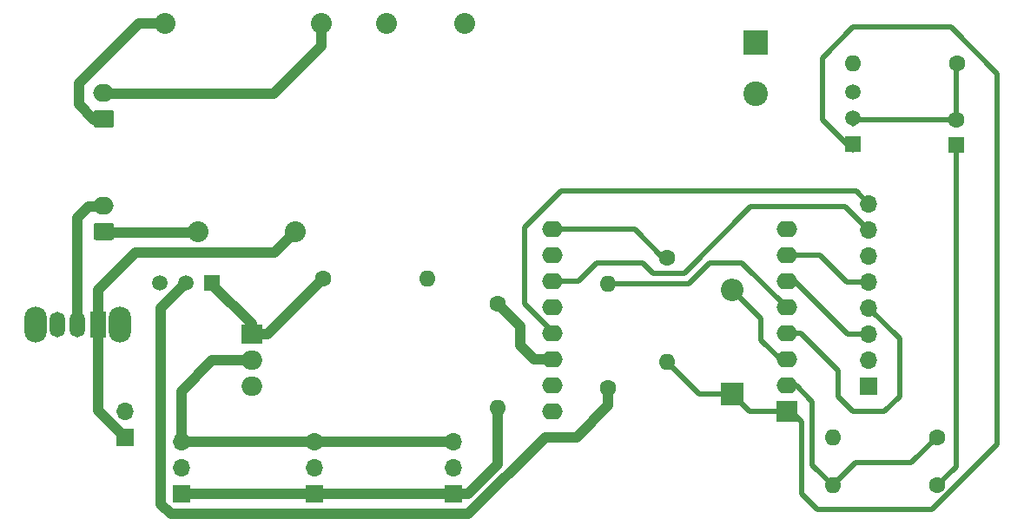
<source format=gtl>
%TF.GenerationSoftware,KiCad,Pcbnew,5.1.7-a382d34a8~88~ubuntu18.04.1*%
%TF.CreationDate,2021-03-14T22:14:16-04:00*%
%TF.ProjectId,CroqueLivreSaintGerard2021_V1,43726f71-7565-44c6-9976-72655361696e,rev?*%
%TF.SameCoordinates,Original*%
%TF.FileFunction,Copper,L1,Top*%
%TF.FilePolarity,Positive*%
%FSLAX46Y46*%
G04 Gerber Fmt 4.6, Leading zero omitted, Abs format (unit mm)*
G04 Created by KiCad (PCBNEW 5.1.7-a382d34a8~88~ubuntu18.04.1) date 2021-03-14 22:14:16*
%MOMM*%
%LPD*%
G01*
G04 APERTURE LIST*
%TA.AperFunction,ComponentPad*%
%ADD10O,2.000000X1.700000*%
%TD*%
%TA.AperFunction,ComponentPad*%
%ADD11O,2.000000X1.600000*%
%TD*%
%TA.AperFunction,ComponentPad*%
%ADD12R,2.000000X2.000000*%
%TD*%
%TA.AperFunction,ComponentPad*%
%ADD13R,1.600000X1.600000*%
%TD*%
%TA.AperFunction,ComponentPad*%
%ADD14C,1.600000*%
%TD*%
%TA.AperFunction,ComponentPad*%
%ADD15R,2.400000X2.400000*%
%TD*%
%TA.AperFunction,ComponentPad*%
%ADD16C,2.400000*%
%TD*%
%TA.AperFunction,ComponentPad*%
%ADD17R,1.700000X1.700000*%
%TD*%
%TA.AperFunction,ComponentPad*%
%ADD18O,1.700000X1.700000*%
%TD*%
%TA.AperFunction,ComponentPad*%
%ADD19C,1.500000*%
%TD*%
%TA.AperFunction,ComponentPad*%
%ADD20R,1.500000X1.500000*%
%TD*%
%TA.AperFunction,ComponentPad*%
%ADD21R,2.000000X1.905000*%
%TD*%
%TA.AperFunction,ComponentPad*%
%ADD22O,2.000000X1.905000*%
%TD*%
%TA.AperFunction,ComponentPad*%
%ADD23C,2.032000*%
%TD*%
%TA.AperFunction,ComponentPad*%
%ADD24R,1.500000X2.500000*%
%TD*%
%TA.AperFunction,ComponentPad*%
%ADD25O,1.500000X2.500000*%
%TD*%
%TA.AperFunction,ComponentPad*%
%ADD26O,2.200000X3.500000*%
%TD*%
%TA.AperFunction,ComponentPad*%
%ADD27O,1.600000X1.600000*%
%TD*%
%TA.AperFunction,ComponentPad*%
%ADD28R,2.200000X2.200000*%
%TD*%
%TA.AperFunction,ComponentPad*%
%ADD29O,2.200000X2.200000*%
%TD*%
%TA.AperFunction,Conductor*%
%ADD30C,0.500000*%
%TD*%
%TA.AperFunction,Conductor*%
%ADD31C,1.000000*%
%TD*%
G04 APERTURE END LIST*
D10*
%TO.P,+ -,2*%
%TO.N,/LIPO+SWITCH*%
X111275000Y-88625000D03*
%TO.P,+ -,1*%
%TO.N,/LIPO-*%
%TA.AperFunction,ComponentPad*%
G36*
G01*
X112025000Y-91975000D02*
X110525000Y-91975000D01*
G75*
G02*
X110275000Y-91725000I0J250000D01*
G01*
X110275000Y-90525000D01*
G75*
G02*
X110525000Y-90275000I250000J0D01*
G01*
X112025000Y-90275000D01*
G75*
G02*
X112275000Y-90525000I0J-250000D01*
G01*
X112275000Y-91725000D01*
G75*
G02*
X112025000Y-91975000I-250000J0D01*
G01*
G37*
%TD.AperFunction*%
%TD*%
%TO.P,+ -,2*%
%TO.N,/SOLAR+*%
X111275000Y-77625000D03*
%TO.P,+ -,1*%
%TO.N,/SOLAR-*%
%TA.AperFunction,ComponentPad*%
G36*
G01*
X112025000Y-80975000D02*
X110525000Y-80975000D01*
G75*
G02*
X110275000Y-80725000I0J250000D01*
G01*
X110275000Y-79525000D01*
G75*
G02*
X110525000Y-79275000I250000J0D01*
G01*
X112025000Y-79275000D01*
G75*
G02*
X112275000Y-79525000I0J-250000D01*
G01*
X112275000Y-80725000D01*
G75*
G02*
X112025000Y-80975000I-250000J0D01*
G01*
G37*
%TD.AperFunction*%
%TD*%
D11*
%TO.P,U2,2*%
%TO.N,/A0*%
X177835000Y-106155000D03*
D12*
%TO.P,U2,1*%
%TO.N,/WEMOS_RESET*%
X177835000Y-108695000D03*
D11*
%TO.P,U2,3*%
%TO.N,/D0*%
X177835000Y-103615000D03*
%TO.P,U2,4*%
%TO.N,/CLK*%
X177835000Y-101075000D03*
%TO.P,U2,5*%
%TO.N,/MOSFET_CTRL*%
X177835000Y-98535000D03*
%TO.P,U2,6*%
%TO.N,/DIN*%
X177835000Y-95995000D03*
%TO.P,U2,7*%
%TO.N,/CS*%
X177835000Y-93455000D03*
%TO.P,U2,8*%
%TO.N,/3.3V*%
X177835000Y-90915000D03*
%TO.P,U2,9*%
%TO.N,+5V*%
X154975000Y-90915000D03*
%TO.P,U2,10*%
%TO.N,GND*%
X154975000Y-93455000D03*
%TO.P,U2,11*%
%TO.N,/RST*%
X154975000Y-95995000D03*
%TO.P,U2,12*%
%TO.N,/DC*%
X154975000Y-98535000D03*
%TO.P,U2,13*%
%TO.N,/BUSY*%
X154975000Y-101075000D03*
%TO.P,U2,14*%
%TO.N,/WS2812B_DATA_IN*%
X154975000Y-103615000D03*
%TO.P,U2,15*%
%TO.N,N/C*%
X154975000Y-106155000D03*
%TO.P,U2,16*%
X154975000Y-108695000D03*
%TD*%
D13*
%TO.P,C1,1*%
%TO.N,Net-(C1-Pad1)*%
X194335000Y-82695000D03*
D14*
%TO.P,C1,2*%
%TO.N,Net-(C1-Pad2)*%
X194335000Y-80195000D03*
%TD*%
D15*
%TO.P,C2,1*%
%TO.N,+5V*%
X174835000Y-72695000D03*
D16*
%TO.P,C2,2*%
%TO.N,GND*%
X174835000Y-77695000D03*
%TD*%
D17*
%TO.P,J2,1*%
%TO.N,Net-(J2-Pad1)*%
X113335000Y-111195000D03*
D18*
%TO.P,J2,2*%
%TO.N,Net-(C1-Pad1)*%
X113335000Y-108655000D03*
%TD*%
%TO.P,J7,8*%
%TO.N,/BUSY*%
X185835000Y-88415000D03*
%TO.P,J7,7*%
%TO.N,/RST*%
X185835000Y-90955000D03*
%TO.P,J7,6*%
%TO.N,/DC*%
X185835000Y-93495000D03*
%TO.P,J7,5*%
%TO.N,/CS*%
X185835000Y-96035000D03*
%TO.P,J7,4*%
%TO.N,/CLK*%
X185835000Y-98575000D03*
%TO.P,J7,3*%
%TO.N,/DIN*%
X185835000Y-101115000D03*
%TO.P,J7,2*%
%TO.N,GND*%
X185835000Y-103655000D03*
D17*
%TO.P,J7,1*%
%TO.N,/3.3V*%
X185835000Y-106195000D03*
%TD*%
D19*
%TO.P,Q1,2*%
%TO.N,Net-(C1-Pad2)*%
X184275000Y-80085000D03*
%TO.P,Q1,3*%
%TO.N,GND*%
X184275000Y-77545000D03*
D20*
%TO.P,Q1,1*%
%TO.N,/WEMOS_RESET*%
X184275000Y-82625000D03*
%TD*%
%TO.P,Q2,1*%
%TO.N,Net-(Q2-Pad1)*%
X121775000Y-96125000D03*
D19*
%TO.P,Q2,3*%
%TO.N,GND*%
X116695000Y-96125000D03*
%TO.P,Q2,2*%
%TO.N,Net-(Q2-Pad2)*%
X119235000Y-96125000D03*
%TD*%
D21*
%TO.P,Q3,1*%
%TO.N,Net-(Q2-Pad1)*%
X125675000Y-101155000D03*
D22*
%TO.P,Q3,2*%
%TO.N,/LED_VIN*%
X125675000Y-103695000D03*
%TO.P,Q3,3*%
%TO.N,+5V*%
X125675000Y-106235000D03*
%TD*%
D23*
%TO.P,U1,1*%
%TO.N,/SOLAR+*%
X132525000Y-70800000D03*
%TO.P,U1,2*%
%TO.N,/SOLAR-*%
X117285000Y-70800000D03*
%TO.P,U1,4*%
%TO.N,/LIPO-*%
X120460000Y-91120000D03*
%TO.P,U1,3*%
%TO.N,Net-(J2-Pad1)*%
X129985000Y-91120000D03*
%TO.P,U1,6*%
%TO.N,GND*%
X138875000Y-70800000D03*
%TO.P,U1,5*%
%TO.N,+5V*%
X146495000Y-70800000D03*
%TD*%
D17*
%TO.P,J4,1*%
%TO.N,/LED_DIN*%
X131835000Y-116695000D03*
D18*
%TO.P,J4,2*%
%TO.N,GND*%
X131835000Y-114155000D03*
%TO.P,J4,3*%
%TO.N,/LED_VIN*%
X131835000Y-111615000D03*
%TD*%
%TO.P,J5,3*%
%TO.N,/LED_VIN*%
X118835000Y-111615000D03*
%TO.P,J5,2*%
%TO.N,GND*%
X118835000Y-114155000D03*
D17*
%TO.P,J5,1*%
%TO.N,/LED_DIN*%
X118835000Y-116695000D03*
%TD*%
%TO.P,J6,1*%
%TO.N,/LED_DIN*%
X145335000Y-116695000D03*
D18*
%TO.P,J6,2*%
%TO.N,GND*%
X145335000Y-114155000D03*
%TO.P,J6,3*%
%TO.N,/LED_VIN*%
X145335000Y-111615000D03*
%TD*%
D24*
%TO.P,SW1,1*%
%TO.N,Net-(J2-Pad1)*%
X110735000Y-100195000D03*
D25*
%TO.P,SW1,2*%
%TO.N,/LIPO+SWITCH*%
X108735000Y-100195000D03*
%TO.P,SW1,3*%
%TO.N,N/C*%
X106735000Y-100195000D03*
D26*
%TO.P,SW1,*%
%TO.N,*%
X112835000Y-100195000D03*
X104635000Y-100195000D03*
%TD*%
D14*
%TO.P,R1,1*%
%TO.N,Net-(C1-Pad1)*%
X192495000Y-115885000D03*
D27*
%TO.P,R1,2*%
%TO.N,/A0*%
X182335000Y-115885000D03*
%TD*%
%TO.P,R2,2*%
%TO.N,GND*%
X182335000Y-111195000D03*
D14*
%TO.P,R2,1*%
%TO.N,/A0*%
X192495000Y-111195000D03*
%TD*%
%TO.P,R3,1*%
%TO.N,Net-(C1-Pad2)*%
X194495000Y-74695000D03*
D27*
%TO.P,R3,2*%
%TO.N,GND*%
X184335000Y-74695000D03*
%TD*%
%TO.P,R4,2*%
%TO.N,/WEMOS_RESET*%
X166180000Y-103820000D03*
D14*
%TO.P,R4,1*%
%TO.N,+5V*%
X166180000Y-93660000D03*
%TD*%
D27*
%TO.P,R5,2*%
%TO.N,/MOSFET_CTRL*%
X160465000Y-96200000D03*
D14*
%TO.P,R5,1*%
%TO.N,Net-(Q2-Pad2)*%
X160465000Y-106360000D03*
%TD*%
%TO.P,R6,1*%
%TO.N,Net-(Q2-Pad1)*%
X132675000Y-95695000D03*
D27*
%TO.P,R6,2*%
%TO.N,+5V*%
X142835000Y-95695000D03*
%TD*%
D14*
%TO.P,R7,1*%
%TO.N,/WS2812B_DATA_IN*%
X149670000Y-98195000D03*
D27*
%TO.P,R7,2*%
%TO.N,/LED_DIN*%
X149670000Y-108355000D03*
%TD*%
D28*
%TO.P,D1,1*%
%TO.N,/WEMOS_RESET*%
X172530000Y-106995000D03*
D29*
%TO.P,D1,2*%
%TO.N,/D0*%
X172530000Y-96835000D03*
%TD*%
D30*
%TO.N,Net-(C1-Pad1)*%
X192495000Y-115885000D02*
X194335000Y-114045000D01*
X194335000Y-114045000D02*
X194335000Y-82695000D01*
%TO.N,Net-(C1-Pad2)*%
X194335000Y-74855000D02*
X194495000Y-74695000D01*
X194335000Y-80195000D02*
X194335000Y-74855000D01*
X184795000Y-80195000D02*
X184335000Y-80655000D01*
X194335000Y-80195000D02*
X184795000Y-80195000D01*
%TO.N,+5V*%
X154975000Y-90915000D02*
X163055000Y-90915000D01*
X165800000Y-93660000D02*
X166180000Y-93660000D01*
X163055000Y-90915000D02*
X165800000Y-93660000D01*
%TO.N,/WEMOS_RESET*%
X174230000Y-108695000D02*
X172530000Y-106995000D01*
X177835000Y-108695000D02*
X174230000Y-108695000D01*
X169355000Y-106995000D02*
X166180000Y-103820000D01*
X172530000Y-106995000D02*
X169355000Y-106995000D01*
X181335000Y-74195000D02*
X181335000Y-80195000D01*
X198335000Y-75695000D02*
X193835000Y-71195000D01*
X198335000Y-111895002D02*
X198335000Y-75695000D01*
X178335000Y-108695000D02*
X179335000Y-109695000D01*
X184335000Y-71195000D02*
X181335000Y-74195000D01*
X177835000Y-108695000D02*
X178335000Y-108695000D01*
X179335000Y-109695000D02*
X179335000Y-116695000D01*
X181335000Y-80195000D02*
X184335000Y-83195000D01*
X180835000Y-118195000D02*
X192035002Y-118195000D01*
X193835000Y-71195000D02*
X184335000Y-71195000D01*
X179335000Y-116695000D02*
X180835000Y-118195000D01*
X192035002Y-118195000D02*
X198335000Y-111895002D01*
%TO.N,/D0*%
X177835000Y-103615000D02*
X177255000Y-103615000D01*
X177255000Y-103615000D02*
X175335000Y-101695000D01*
X175335000Y-99640000D02*
X172530000Y-96835000D01*
X175335000Y-101695000D02*
X175335000Y-99640000D01*
D31*
%TO.N,/SOLAR+*%
X110835000Y-77695000D02*
X127835000Y-77695000D01*
X132525000Y-73005000D02*
X132525000Y-70800000D01*
X127835000Y-77695000D02*
X132525000Y-73005000D01*
D30*
%TO.N,/SOLAR-*%
X110835000Y-80195000D02*
X110335000Y-80195000D01*
D31*
X110335000Y-80195000D02*
X108835000Y-78695000D01*
X108835000Y-78695000D02*
X108835000Y-76695000D01*
X114730000Y-70800000D02*
X117285000Y-70800000D01*
X108835000Y-76695000D02*
X114730000Y-70800000D01*
%TO.N,/LED_VIN*%
X125675000Y-103695000D02*
X121835000Y-103695000D01*
X118835000Y-106695000D02*
X118835000Y-111615000D01*
X121835000Y-103695000D02*
X118835000Y-106695000D01*
X118835000Y-111615000D02*
X131835000Y-111615000D01*
X131835000Y-111615000D02*
X145335000Y-111615000D01*
%TO.N,Net-(Q2-Pad2)*%
X160465000Y-108065000D02*
X160465000Y-106360000D01*
X157335000Y-111195000D02*
X160465000Y-108065000D01*
X116835000Y-98555000D02*
X116835000Y-117695000D01*
X116835000Y-117695000D02*
X117835000Y-118695000D01*
X119190000Y-96200000D02*
X116835000Y-98555000D01*
X117835000Y-118695000D02*
X146835000Y-118695000D01*
X146835000Y-118695000D02*
X154335000Y-111195000D01*
X154335000Y-111195000D02*
X157335000Y-111195000D01*
D30*
%TO.N,/A0*%
X177835000Y-106155000D02*
X178795000Y-106155000D01*
X178795000Y-106155000D02*
X180335000Y-107695000D01*
X180335000Y-113885000D02*
X182335000Y-115885000D01*
X180335000Y-107695000D02*
X180335000Y-113885000D01*
X182335000Y-115885000D02*
X184525000Y-113695000D01*
X189995000Y-113695000D02*
X192495000Y-111195000D01*
X184525000Y-113695000D02*
X189995000Y-113695000D01*
%TO.N,/DIN*%
X177835000Y-95995000D02*
X178635000Y-95995000D01*
X183755000Y-101115000D02*
X185835000Y-101115000D01*
X178635000Y-95995000D02*
X183755000Y-101115000D01*
%TO.N,/CLK*%
X177835000Y-101075000D02*
X179215000Y-101075000D01*
X179215000Y-101075000D02*
X182835000Y-104695000D01*
X182835000Y-104695000D02*
X182835000Y-107195000D01*
X182835000Y-107195000D02*
X184335000Y-108695000D01*
X184335000Y-108695000D02*
X187335000Y-108695000D01*
X187335000Y-108695000D02*
X188835000Y-107195000D01*
X188835000Y-101575000D02*
X185835000Y-98575000D01*
X188835000Y-107195000D02*
X188835000Y-101575000D01*
%TO.N,/CS*%
X177835000Y-93455000D02*
X181095000Y-93455000D01*
X183675000Y-96035000D02*
X185835000Y-96035000D01*
X181095000Y-93455000D02*
X183675000Y-96035000D01*
%TO.N,/RST*%
X154975000Y-95995000D02*
X157535000Y-95995000D01*
X157535000Y-95995000D02*
X159335000Y-94195000D01*
X159335000Y-94195000D02*
X163835000Y-94195000D01*
X163835000Y-94195000D02*
X164835000Y-95195000D01*
X164835000Y-95195000D02*
X167835000Y-95195000D01*
X167835000Y-95195000D02*
X174335000Y-88695000D01*
X183575000Y-88695000D02*
X185835000Y-90955000D01*
X174335000Y-88695000D02*
X183575000Y-88695000D01*
%TO.N,/BUSY*%
X154975000Y-101075000D02*
X154975000Y-100835000D01*
X154975000Y-100835000D02*
X152335000Y-98195000D01*
X152335000Y-98195000D02*
X152335000Y-90695000D01*
X152335000Y-90695000D02*
X155835000Y-87195000D01*
X184615000Y-87195000D02*
X185835000Y-88415000D01*
X155835000Y-87195000D02*
X184615000Y-87195000D01*
%TO.N,/MOSFET_CTRL*%
X160465000Y-96200000D02*
X168330000Y-96200000D01*
X168330000Y-96200000D02*
X170335000Y-94195000D01*
X173495000Y-94195000D02*
X177835000Y-98535000D01*
X170335000Y-94195000D02*
X173495000Y-94195000D01*
D31*
%TO.N,/WS2812B_DATA_IN*%
X154975000Y-103615000D02*
X153255000Y-103615000D01*
X153255000Y-103615000D02*
X151835000Y-102195000D01*
X151835000Y-100360000D02*
X149670000Y-98195000D01*
X151835000Y-102195000D02*
X151835000Y-100360000D01*
D30*
%TO.N,/LIPO-*%
X120385000Y-91195000D02*
X120460000Y-91120000D01*
D31*
X110835000Y-91195000D02*
X120385000Y-91195000D01*
%TO.N,/LED_DIN*%
X118835000Y-116695000D02*
X131835000Y-116695000D01*
X131835000Y-116695000D02*
X145335000Y-116695000D01*
X145335000Y-116695000D02*
X146835000Y-116695000D01*
X149670000Y-113860000D02*
X149670000Y-108355000D01*
X146835000Y-116695000D02*
X149670000Y-113860000D01*
%TO.N,Net-(J2-Pad1)*%
X110735000Y-100195000D02*
X110735000Y-96795000D01*
X110735000Y-96795000D02*
X114335000Y-93195000D01*
X127910000Y-93195000D02*
X129985000Y-91120000D01*
X114335000Y-93195000D02*
X127910000Y-93195000D01*
X110735000Y-108595000D02*
X113335000Y-111195000D01*
X110735000Y-100195000D02*
X110735000Y-108595000D01*
%TO.N,/LIPO+SWITCH*%
X110835000Y-88695000D02*
X109835000Y-88695000D01*
X108735000Y-89795000D02*
X108735000Y-100195000D01*
X109835000Y-88695000D02*
X108735000Y-89795000D01*
D30*
%TO.N,Net-(Q2-Pad1)*%
X125675000Y-100145000D02*
X125675000Y-101155000D01*
D31*
X121730000Y-96200000D02*
X125675000Y-100145000D01*
X127215000Y-101155000D02*
X132675000Y-95695000D01*
X125675000Y-101155000D02*
X127215000Y-101155000D01*
%TD*%
M02*

</source>
